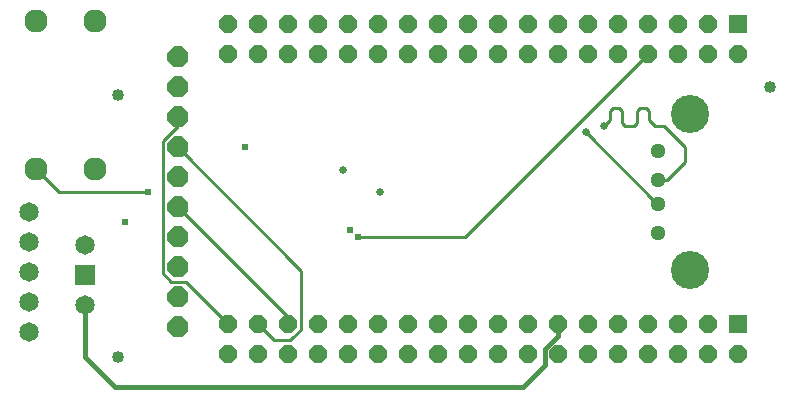
<source format=gbr>
G04 EAGLE Gerber RS-274X export*
G75*
%MOMM*%
%FSLAX34Y34*%
%LPD*%
%INBottom Copper*%
%IPPOS*%
%AMOC8*
5,1,8,0,0,1.08239X$1,22.5*%
G01*
%ADD10C,1.960000*%
%ADD11R,1.524000X1.524000*%
%ADD12P,1.649562X8X202.500000*%
%ADD13R,1.651000X1.651000*%
%ADD14C,1.651000*%
%ADD15P,1.924489X8X202.500000*%
%ADD16C,3.220000*%
%ADD17C,1.288000*%
%ADD18C,1.016000*%
%ADD19C,0.609600*%
%ADD20C,0.654800*%
%ADD21C,0.381000*%
%ADD22C,0.254000*%


D10*
X57550Y322850D03*
X107550Y322850D03*
X107550Y197850D03*
X57550Y197850D03*
D11*
X652100Y320300D03*
D12*
X652100Y294900D03*
X626700Y320300D03*
X626700Y294900D03*
X601300Y320300D03*
X601300Y294900D03*
X575900Y320300D03*
X575900Y294900D03*
X550500Y320300D03*
X550500Y294900D03*
X525100Y320300D03*
X525100Y294900D03*
X499700Y320300D03*
X499700Y294900D03*
X474300Y320300D03*
X474300Y294900D03*
X448900Y320300D03*
X448900Y294900D03*
X423500Y320300D03*
X423500Y294900D03*
X398100Y320300D03*
X398100Y294900D03*
X372700Y320300D03*
X372700Y294900D03*
X347300Y320300D03*
X347300Y294900D03*
X321900Y320300D03*
X321900Y294900D03*
X296500Y320300D03*
X296500Y294900D03*
X271100Y320300D03*
X271100Y294900D03*
X245700Y320300D03*
X245700Y294900D03*
X220300Y320300D03*
X220300Y294900D03*
D11*
X652100Y66300D03*
D12*
X652100Y40900D03*
X626700Y66300D03*
X626700Y40900D03*
X601300Y66300D03*
X601300Y40900D03*
X575900Y66300D03*
X575900Y40900D03*
X550500Y66300D03*
X550500Y40900D03*
X525100Y66300D03*
X525100Y40900D03*
X499700Y66300D03*
X499700Y40900D03*
X474300Y66300D03*
X474300Y40900D03*
X448900Y66300D03*
X448900Y40900D03*
X423500Y66300D03*
X423500Y40900D03*
X398100Y66300D03*
X398100Y40900D03*
X372700Y66300D03*
X372700Y40900D03*
X347300Y66300D03*
X347300Y40900D03*
X321900Y66300D03*
X321900Y40900D03*
X296500Y66300D03*
X296500Y40900D03*
X271100Y66300D03*
X271100Y40900D03*
X245700Y66300D03*
X245700Y40900D03*
X220300Y66300D03*
X220300Y40900D03*
D13*
X99400Y107850D03*
D14*
X99400Y82450D03*
X99400Y133250D03*
D15*
X177800Y63500D03*
X177800Y88900D03*
X177800Y114300D03*
X177800Y139700D03*
X177800Y165100D03*
X177800Y190500D03*
X177800Y215900D03*
X177800Y241300D03*
X177800Y266700D03*
X177800Y292100D03*
D16*
X611900Y112250D03*
D17*
X584800Y142950D03*
D16*
X611900Y243650D03*
D17*
X584800Y167950D03*
X584800Y187950D03*
X584800Y212950D03*
D14*
X51700Y135300D03*
X51700Y160700D03*
X51700Y109900D03*
X51700Y84500D03*
X51700Y59100D03*
D18*
X127000Y38100D03*
X127000Y260350D03*
X679450Y266700D03*
D19*
X234950Y215900D03*
D20*
X349250Y177800D03*
D19*
X133350Y152400D03*
X323850Y146050D03*
D20*
X317500Y196850D03*
D21*
X124700Y12700D02*
X99400Y38000D01*
X99400Y82450D01*
X124700Y12700D02*
X469900Y12700D01*
X488905Y31705D01*
X499700Y56166D02*
X499700Y66300D01*
X488905Y45371D02*
X488905Y31705D01*
X488905Y45371D02*
X499700Y56166D01*
D22*
X420700Y139700D02*
X575900Y294900D01*
X420700Y139700D02*
X330200Y139700D01*
D19*
X330200Y139700D03*
D22*
X271100Y71800D02*
X177800Y165100D01*
X271100Y71800D02*
X271100Y66300D01*
X282530Y61566D02*
X275835Y54870D01*
X275590Y54870D01*
X273050Y52330D01*
X282530Y111170D02*
X177800Y215900D01*
X282530Y111170D02*
X282530Y61566D01*
X273050Y52330D02*
X259670Y52330D01*
X245700Y66300D01*
X177800Y233861D02*
X177800Y241300D01*
X177800Y233861D02*
X165100Y221161D01*
X165100Y109039D02*
X172539Y101600D01*
X185000Y101600D02*
X220300Y66300D01*
X185000Y101600D02*
X172539Y101600D01*
X165100Y109039D02*
X165100Y221161D01*
D20*
X523240Y228600D03*
D22*
X583890Y167950D01*
X584800Y167950D01*
D20*
X538480Y233680D03*
D22*
X607060Y216294D02*
X607060Y203200D01*
X607060Y216294D02*
X589674Y233680D01*
X607060Y203200D02*
X591810Y187950D01*
X584800Y187950D01*
X538480Y233680D02*
X543560Y238760D01*
X543560Y246380D01*
X546100Y248920D01*
X551180Y248920D01*
X553720Y246380D01*
X553720Y236220D02*
X556260Y233680D01*
X563880Y233680D01*
X566420Y236220D01*
X566420Y246380D01*
X568960Y248920D01*
X574040Y248920D01*
X576580Y246380D01*
X576580Y238760D01*
X581660Y233680D01*
X589674Y233680D01*
X553720Y236220D02*
X553720Y246380D01*
X77600Y177800D02*
X57550Y197850D01*
X77600Y177800D02*
X152400Y177800D01*
D19*
X152400Y177800D03*
M02*

</source>
